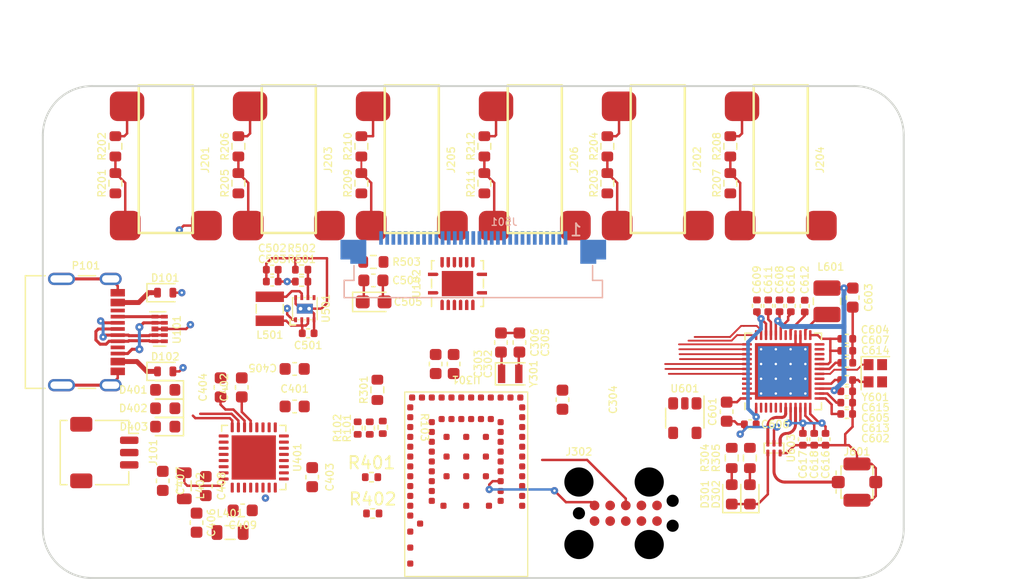
<source format=kicad_pcb>
(kicad_pcb (version 20240108) (generator "pcbnew") (generator_version "8.0")
  (title_block (comment 4 "AISLER Project ID: AHYFTQBI"))
  (layers (0 "F.Cu" signal) (1 "In1.Cu" power) (2 "In2.Cu" power) (31 "B.Cu" signal) (34 "B.Paste" user) (35 "F.Paste" user) (36 "B.SilkS" user "B.Silkscreen") (37 "F.SilkS" user "F.Silkscreen") (38 "B.Mask" user) (39 "F.Mask" user) (44 "Edge.Cuts" user))
  (net 0 "")
  (net 1 "GND")
  (net 2 "/D+")
  (net 3 "/D-")
  (net 4 "VBUS")
  (net 5 "/analog/probe0")
  (net 6 "/analog/probe1")
  (net 7 "/analog/probe2")
  (net 8 "/analog/probe3")
  (net 9 "/mcu/XL1")
  (net 10 "/mcu/XL2")
  (net 11 "/mcu/SWO")
  (net 12 "/mcu/SWCLK")
  (net 13 "+3V3")
  (net 14 "/mcu/~{MCU_RESET}")
  (net 15 "+12L")
  (net 16 "Net-(J501-VCOMH)")
  (net 17 "/mcu/SWDIO")
  (net 18 "VAA")
  (net 19 "+1V8")
  (net 20 "/pwr_supply/CC1")
  (net 21 "/pwr_supply/CC2")
  (net 22 "+5V")
  (net 23 "/mcu/SDA")
  (net 24 "/mcu/SCL")
  (net 27 "/pwr_supply/LED2")
  (net 28 "/pwr_supply/LED0")
  (net 29 "Net-(D301-A)")
  (net 30 "/pwr_supply/LED1")
  (net 31 "Net-(D302-A)")
  (net 32 "/tft/~{RESET}")
  (net 33 "/mcu/QSPI_CLK")
  (net 34 "/mcu/QSPI_IO0")
  (net 35 "/mcu/QSPI_~{CS}")
  (net 36 "/mcu/QSPI_IO1")
  (net 37 "/mcu/QSPI_IO2")
  (net 38 "/mcu/QSPI_IO3")
  (net 39 "/mcu/TFT_~{CS}")
  (net 40 "/tft/D{slash}C")
  (net 41 "/mcu/TFT_~{RESET}")
  (net 42 "/mcu/TFT_D{slash}C")
  (net 43 "/mcu/TFT_CLK")
  (net 44 "/mcu/TFT_MOSI")
  (net 45 "/mcu/I2C_INT")
  (net 46 "/mcu/LED1")
  (net 47 "/tft/CLK")
  (net 48 "/tft/~{CS}")
  (net 49 "/tft/MOSI")
  (net 50 "/analog/probe4")
  (net 51 "/analog/probe5")
  (net 52 "/pwr_supply/SHPHLD")
  (net 53 "/pwr_supply/RESET")
  (net 54 "/pwr_supply/INT")
  (net 55 "/mcu/LED2")
  (net 56 "/mcu/COEX_REQ")
  (net 57 "/mcu/COEX_STATUS")
  (net 58 "/mcu/BUCKEN")
  (net 59 "/mcu/COEX_GRANT")
  (net 60 "/mcu/SW_CTRL1")
  (net 61 "Net-(J601-In)")
  (net 62 "Net-(J501-IREF)")
  (net 72 "/mcu/IRQ")
  (net 74 "PWRIOVDD")
  (net 75 "VDD_BUCK")
  (net 76 "Net-(U501-SW)")
  (net 77 "Net-(U501-FB)")
  (net 79 "/pwr_supply/Battery")
  (net 80 "/mcu/WIFI_ENABLE")
  (net 81 "/pwr_supply/NTC")
  (net 82 "IOVDD")
  (net 83 "Net-(U602-DIGVDD)")
  (net 84 "Net-(U602-BUCKVMID)")
  (net 85 "Net-(U602-RFVDD)")
  (net 86 "Net-(U602-AFELDO)")
  (net 87 "Net-(U602-XOLDO)")
  (net 88 "Net-(U602-PALDO)")
  (net 89 "Net-(U602-SXLDO)")
  (net 90 "Net-(U401-SW1)")
  (net 91 "Net-(U401-SW2)")
  (net 92 "Net-(U602-BUCKOUT)")
  (net 93 "Net-(U401-VSET1)")
  (net 94 "Net-(U401-VSET2)")
  (net 141 "Net-(U602-XOP)")
  (net 142 "Net-(U602-TXRF1)")
  (net 147 "Net-(U602-XON)")
  (net 148 "Net-(U602-TXRF0)")
  (net 153 "/mcu/UART_RX")
  (net 155 "/mcu/UART_TX")
  (footprint "Capacitor_SMD:C_0603_1608Metric" (layer "F.Cu") (at 138.75 80.85 -90)
    (property "Reference" "C305")
    (property "Value" "9p")
  )
  (footprint "mylib_connector:MJ-2523" (layer "F.Cu") (at 160 59.9445)
    (property "Reference" "J204")
    (property "Value" "AudioJack2_SwitchT" (hide yes))
  )
  (footprint "mylib_connector:MJ-2523" (layer "F.Cu") (at 150 59.9445)
    (property "Reference" "J202")
    (property "Value" "AudioJack2_SwitchT" (hide yes))
  )
  (footprint "Resistor_SMD:R_0603_1608Metric" (layer "F.Cu") (at 125.9 67.9 90)
    (property "Reference" "R209")
    (property "Value" "4k42")
  )
  (footprint "Capacitor_SMD:C_0402_1005Metric" (layer "F.Cu") (at 165.37 80.55)
    (property "Reference" "C604")
    (property "Value" "4µ7")
  )
  (footprint "Capacitor_SMD:C_0402_1005Metric" (layer "F.Cu") (at 158.06 77.87 90)
    (property "Reference" "C609")
    (property "Value" "2µ2")
  )
  (footprint "Resistor_SMD:R_0603_1608Metric" (layer "F.Cu") (at 145.9 67.9 90)
    (property "Reference" "R203")
    (property "Value" "4k42")
  )
  (footprint "mylib_connector:USB_C_Receptacle_Molex_C_24P_SMD_RA" (layer "F.Cu") (at 106.09 80 -90)
    (property "Reference" "P101")
    (property "Value" "USB_C_Plug_USB2.0")
  )
  (footprint "Package_SON:USON-10_2.5x1.0mm_P0.5mm" (layer "F.Cu") (at 109.5 79.75)
    (property "Reference" "U101")
    (property "Value" "TPD4E02B04DQA" (hide yes))
  )
  (footprint "mylib_connector:Molex_Pico-Clasp_202396-0307_1x03-1MP_P1.00mm_Horizontal" (layer "F.Cu") (at 105 89.8 -90)
    (property "Reference" "J101")
    (property "Value" "Conn_01x03")
  )
  (footprint "mylib_connector:MJ-2523" (layer "F.Cu") (at 110 59.9445)
    (property "Reference" "J201")
    (property "Value" "AudioJack2_SwitchT" (hide yes))
  )
  (footprint "Capacitor_SMD:C_0603_1608Metric" (layer "F.Cu") (at 133.4 82.6 90)
    (property "Reference" "C302")
    (property "Value" "10µ")
  )
  (footprint "mylib_ic:Micrel_MLF-8-1EP_2x2mm_P0.5mm_EP0.8x1.3mm_ThermalVias" (layer "F.Cu") (at 121.303 78.1 90)
    (property "Reference" "U501")
    (property "Value" "MIC2290")
  )
  (footprint "LED_SMD:LED_0603_1608Metric" (layer "F.Cu") (at 109.95 86.2 180)
    (property "Reference" "D402")
    (property "Value" "LED")
  )
  (footprint "LED_SMD:LED_0603_1608Metric" (layer "F.Cu") (at 156.015 93.1975 90)
    (property "Reference" "D301")
    (property "Value" "LED")
  )
  (footprint "mylib_connector:MJ-2523" (layer "F.Cu") (at 130 59.9445)
    (property "Reference" "J205")
    (property "Value" "AudioJack2_SwitchT" (hide yes))
  )
  (footprint "Capacitor_SMD:C_0603_1608Metric" (layer "F.Cu") (at 114.45 84.5 90)
    (property "Reference" "C404")
    (property "Value" "1µ")
  )
  (footprint "Capacitor_Tantalum_SMD:CP_EIA-2012-15_AVX-P" (layer "F.Cu") (at 126.8975 77.55)
    (property "Reference" "C505")
    (property "Value" "4µ7")
  )
  (footprint "Capacitor_SMD:C_0402_1005Metric" (layer "F.Cu") (at 165.36 86.66)
    (property "Reference" "C602")
    (property "Value" "4µ7")
  )
  (footprint "Capacitor_SMD:C_0603_1608Metric" (layer "F.Cu") (at 116.175 84.5 90)
    (property "Reference" "C402")
    (property "Value" "1µ")
  )
  (footprint "Package_DFN_QFN:QFN-32-1EP_5x5mm_P0.5mm_EP3.6x3.6mm" (layer "F.Cu") (at 117.15 90.2 90)
    (property "Reference" "U401")
    (property "Value" "~")
  )
  (footprint "Capacitor_SMD:C_0402_1005Metric" (layer "F.Cu") (at 161.8 88.72 -90)
    (property "Reference" "C617")
    (property "Value" "100n")
  )
  (footprint "Capacitor_SMD:C_0603_1608Metric" (layer "F.Cu") (at 131.94 82.6 90)
    (property "Reference" "C303")
    (property "Value" "100nF")
  )
  (footprint "Capacitor_SMD:C_0603_1608Metric" (layer "F.Cu") (at 120.475 86.05)
    (property "Reference" "C401")
    (property "Value" "2µ2")
  )
  (footprint "mylib_connector:DPX1608LL80R2455A" (layer "F.Cu") (at 159.45 89.4375 180)
    (property "Reference" "U603")
    (property "Value" "~")
  )
  (footprint "Capacitor_SMD:C_0603_1608Metric" (layer "F.Cu") (at 116.25 94.5 180)
    (property "Reference" "C409")
    (property "Value" "10µ")
  )
  (footprint "mylib_connector:TC-2050" (layer "F.Cu") (at 143.59 94.735)
    (property "Reference" "J302")
    (property "Value" "TC-2050")
  )
  (footprint "Package_DFN_QFN:Texas_RGY_R-PVQFN-N16_EP2.05x2.55mm" (layer "F.Cu") (at 133.715 76.06 90)
    (property "Reference" "U102")
    (property "Value" "TXB0106RGY")
  )
  (footprint "Capacitor_SMD:C_0603_1608Metric" (layer "F.Cu") (at 113.25 92.525 90)
    (property "Reference" "C408")
    (property "Value" "10µ")
  )
  (footprint "Capacitor_SMD:C_0402_1005Metric" (layer "F.Cu") (at 121.573 80.1)
    (property "Reference" "C501")
    (property "Value" "1µ")
  )
  (footprint "Resistor_SMD:R_0603_1608Metric" (layer "F.Cu") (at 135.9 64.9 90)
    (property "Reference" "R212")
    (property "Value" "3k4")
  )
  (footprint "Resistor_SMD:R_0603_1608Metric" (layer "F.Cu") (at 145.9 64.9 90)
    (property "Reference" "R204")
    (property "Value" "3k4")
  )
  (footprint "LED_SMD:LED_0603_1608Metric" (layer "F.Cu") (at 157.49 93.2 90)
    (property "Reference" "D302")
    (property "Value" "LED")
  )
  (footprint "mylib_ic:D_0604_1610Metric" (layer "F.Cu") (at 109.95 76.8)
    (property "Reference" "D101")
    (property "Value" "ESDA25P35")
  )
  (footprint "mylib_connector:MJ-2523" (layer "F.Cu") (at 120 59.9445)
    (property "Reference" "J203")
    (property "Value" "AudioJack2_SwitchT" (hide yes))
  )
  (footprint "Resistor_SMD:R_0603_1608Metric" (layer "F.Cu") (at 156.015 90.2375 90)
    (property "Reference" "R304")
    (property "Value" "1k")
  )
  (footprint "Capacitor_SMD:C_0603_1608Metric" (layer "F.Cu") (at 112.5 95.5 90)
    (property "Reference" "C406")
    (property "Value" "10µ")
  )
  (footprint "Capacitor_SMD:C_0402_1005Metric" (layer "F.Cu") (at 165.37 81.525)
    (property "Reference" "C607")
    (property "Value" "1µ")
  )
  (footprint "mylib_ic:D_0604_1610Metric" (layer "F.Cu") (at 109.95 83.2)
    (property "Reference" "D102")
    (property "Value" "ESDA25P35")
  )
  (footprint "Resistor_SMD:R_0603_1608Metric" (layer "F.Cu") (at 155.9 64.9 90)
    (property "Reference" "R208")
    (property "Value" "3k4")
  )
  (footprint "Capacitor_SMD:C_0402_1005Metric" (layer "F.Cu") (at 160.82 77.87 90)
    (property "Reference" "C610")
    (property "Value" "2µ2")
  )
  (footprint "Capacitor_SMD:C_0603_1608Metric" (layer "F.Cu") (at 165.85 77.2 -90)
    (property "Reference" "C603")
    (property "Value" "4µ7")
  )
  (footprint "Inductor_SMD:L_0805_2012Metric" (layer "F.Cu") (at 111.5 92.5 -90)
    (property "Reference" "L402")
    (property "Value" "2u2")
  )
  (footprint "LED_SMD:LED_0603_1608Metric" (layer "F.Cu") (at 109.95 87.69 180)
    (property "Reference" "D403")
    (property "Value" "LED")
  )
  (footprint "Capacitor_SMD:C_0402_1005Metric" (layer "F.Cu") (at 165.36 84.82)
    (property "Reference" "C605")
    (property "Value" "0.22µ")
  )
  (footprint "Resistor_SMD:R_0603_1608Metric" (layer "F.Cu") (at 157.49 90.24 90)
    (property "Reference" "R305")
    (property "Value" "1k")
  )
  (footprint "Resistor_SMD:R_0402_1005Metric" (layer "F.Cu") (at 121.043 74.93 180)
    (property "Reference" "R502")
    (property "Value" "5k")
  )
  (footprint "Capacitor_SMD:C_0402_1005Metric" (layer "F.Cu") (at 118.653 75.895 180)
    (property "Reference" "C503")
    (property "Value" "100nF")
  )
  (footprint "Resistor_SMD:R_0603_1608Metric" (layer "F.Cu") (at 127.2 84.7 -90)
    (property "Reference" "R301")
    (property "Value" "4k7")
  )
  (footprint "Inductor_SMD:L_0805_2012Metric" (layer "F.Cu") (at 115.225 96.3)
    (property "Reference" "L401")
    (property "Value" "2u2")
  )
  (footprint "Capacitor_SMD:C_0603_1608Metric" (layer "F.Cu") (at 137.25 80.85 90)
    (property "Reference" "C306")
    (property "Value" "9p")
  )
  (footprint "Capacitor_SMD:C_0402_1005Metric" (layer "F.Cu") (at 161.95 77.89 90)
    (property "Reference" "C612")
    (property "Value" "10n")
  )
  (footprint "Capacitor_SMD:C_0603_1608Metric" (layer "F.Cu") (at 120.475 83)
    (property "Reference" "C405")
    (property "Value" "10µ")
  )
  (footprint "mylib_ic:BL5340" (layer "F.Cu") (at 134.425 92.375 180)
    (property "Reference" "U301")
    (property "Value" "~")
  )
  (footprint "Resistor_SMD:R_0603_1608Metric" (layer "F.Cu") (at 135.9 67.9 90)
    (property "Reference" "R211")
    (property "Value" "4k42")
  )
  (footprint "Capacitor_SMD:C_0402_1005Metric" (layer "F.Cu") (at 165.36 85.74)
    (property "Reference" "C613")
    (property "Value" "22n")
  )
  (footprint "Inductor_SMD:L_Wuerth_MAPI-2510" (layer "F.Cu") (at 118.453 78.1075 90)
    (property "Reference" "L501")
    (property "Value" "10µ")
  )
  (footprint "Resistor_SMD:R_0603_1608Metric" (layer "F.Cu") (at 105.9 64.9 90)
    (property "Reference" "R202")
    (property "Value" "3k4")
  )
  (footprint "Resistor_SMD:R_0603_1608Metric" (layer "F.Cu") (at 126.875 74.3 180)
    (property "Reference" "R503")
    (property "Value" "910k")
  )
  (footprint "Capacitor_SMD:C_0603_1608Metric" (layer "F.Cu") (at 155.6 86.475 -90)
    (property "Reference" "C601")
    (property "Value" "2µ2")
  )
  (footprint "Capacitor_SMD:C_0603_1608Metric" (layer "F.Cu") (at 109.75 92.1 -90)
    (property "Reference" "C407")
    (property "Value" "10µ")
  )
  (footprint "Resistor_SMD:R_0402_1005Metric" (layer "F.Cu") (at 125.6 87.81 90)
    (property "Reference" "R102")
    (property "Value" "4k7")
  )
  (footprint "Resistor_SMD:R_0402_1005Metric" (layer "F.Cu") (at 126.825 94.75)
    (property "Reference" "R402")
    (property "Value" "350k")
  )
  (footprint "Resistor_SMD:R_0603_1608Metric" (layer "F.Cu") (at 115.9 67.9 90)
    (property "Reference" "R205")
    (property "Value" "4k42")
  )
  (footprint "Capacitor_SMD:C_0603_1608Metric" (layer "F.Cu") (at 142.25 85.5 90)
    (property "Reference" "C304")
    (property "Value" "4µ7")
  )
  (footprint "mylib_connector:CONMHF1-SMD-G-T" (layer "F.Cu") (at 166.2 92.2 90)
    (property "Reference" "J601")
    (property "Value" "Conn_Coaxial")
  )
  (footprint "Capacitor_SMD:C_0402_1005Metric" (layer "F.Cu") (at 118.653 74.93 180)
    (property "Reference" "C502")
    (property "Value" "10µ")
  )
  (footprint "Resistor_SMD:R_0603_1608Metric" (layer "F.Cu") (at 125.9 64.9 90)
    (property "Reference" "R210")
    (property "Value" "3k4")
  )
  (footprint "Resistor_SMD:R_0603_1608Metric" (layer "F.Cu") (at 105.9 67.9 90)
    (property "Reference" "R201")
    (property "Value" "4k42")
  )
  (footprint "Resistor_SMD:R_0603_1608Metric" (layer "F.Cu") (at 115.9 64.9 90)
    (property "Reference" "R206")
    (property "Value" "3k4")
  )
  (footprint "Capacitor_SMD:C_0402_1005Metric" (layer "F.Cu") (at 158.98 77.87 90)
    (property "Reference" "C611")
    (property "Value" "1µ")
  )
  (footprint "Capacitor_SMD:C_0402_1005Metric" (layer "F.Cu") (at 163.64 88.72 -90)
    (property "Reference" "C616")
    (property "Value" "4µ7")
  )
  (footprint "Resistor_SMD:R_0402_1005Metric" (layer "F.Cu") (at 127.64 87.7475 90)
    (property "Reference" "R103")
    (property "Value" "4k7")
  )
  (footprint "Capacitor_SMD:C_0402_1005Metric" (layer "F.Cu") (at 165.37 82.5)
    (property "Reference" "C614")
    (property "Value" "1µ")
  )
  (footprint "Resistor_SMD:R_0402_1005Metric" (layer "F.Cu") (at 126.725 91.8)
    (property "Reference" "R401")
    (property "Value" "47k")
  )
  (footprint "Resistor_SMD:R_0603_1608Metric" (layer "F.Cu") (at 155.9 67.9 90)
    (property "Reference" "R207")
    (property "Value" "4k42")
  )
  (footprint "Resistor_SMD:R_0402_1005Metric" (layer "F.Cu") (at 126.58 87.81 90)
    (property "Reference" "R101")
    (property "Value" "4k7")
  )
  (footprint "Capacitor_SMD:C_0603_1608Metric" (layer "F.Cu") (at 126.875 75.8)
    (property "Reference" "C504")
    (property "Value" "100nF")
  )
  (footprint "mylib_ic:CM8V-T1A-2Pin_2.0x1.2mm" (layer "F.Cu") (at 138 83.4)
    (property "Reference" "Y301")
    (property "Value" "Crystal")
  )
  (footprint "Crystal:Crystal_SMD_2016-4Pin_2.0x1.6mm" (layer "F.Cu") (at 167.69 83.35 -90)
    (property "Reference" "Y601")
    (property "Value" "40MHz")
  )
  (footprint "LED_SMD:LED_0603_1608Metric" (layer "F.Cu") (at 109.95 84.7 180)
    (property "Reference" "D401")
    (property "Value" "LED")
  )
  (footprint "Capacitor_SMD:C_0402_1005Metric" (layer "F.Cu") (at 159.9 77.87 90)
    (property "Reference" "C608")
    (property "Value" "0.47µ")
  )
  (footprint "Capacitor_SMD:C_0402_1005Metric" (layer "F.Cu") (at 162.72 88.72 -90)
    (property "Reference" "C618")
    (property "Value" "0.47µ")
  )
  (footprint "Capacitor_SMD:C_0603_1608Metric" (layer "F.Cu") (at 121.9 91.8 -90)
    (property "Reference" "C403")
    (property "Value" "100nF")
  )
  (footprint "Capacitor_SMD:C_0402_1005Metric" (layer "F.Cu") (at 165.36 83.9)
    (property "Reference" "C615")
    (property "Value" "2µ2")
  )
  (footprint "mylib_ic:SOT-25" (layer "F.Cu") (at 152.2 87 -90)
    (property "Reference" "U601")
    (property "Value" "TCK106AF")
  )
  (footprint "Package_DFN_QFN:QFN-48-1EP_6x6mm_P0.4mm_EP4.6x4.6mm_ThermalVias" (layer "F.Cu") (at 160.2 83.2 90)
    (property "Reference" "U602" (hide yes))
    (property "Value" "NRF7002-QFAA-Rx")
  )
  (footprint "mylib_connector:MJ-2523" (layer "F.Cu") (at 140 59.9445)
    (property "Reference" "J206")
    (property "Value" "AudioJack2_SwitchT" (hide yes))
  )
  (footprint "Resistor_SMD:R_0402_1005Metric" (layer "F.Cu") (at 121.043 75.895)
    (property "Reference" "R501")
    (property "Value" "47k5")
  )
  (footprint "Inductor_SMD:L_1008_2520Metric" (layer "F.Cu") (at 163.76 77.5 -90)
    (property "Reference" "L601")
    (property "Value" "3µ3")
  )
  (footprint "Capacitor_SMD:C_0402_1005Metric" (layer "F.Cu") (at 157.52 87.5 180)
    (property "Reference" "C606")
    (property "Value" "100n")
  )
  (footprint "mylib_connector:F32R-1A7H1-11031" (layer "B.Cu") (at 135 73 180)
    (property "Reference" "J501")
    (property "Value" "EA W128064-XALG")
  )
  (gr_arc (start 166 60) (mid 168.828427 61.171573) (end 170 64) (stroke (width 0.16)) (layer "Edge.Cuts"))
  (gr_line (start 104 100) (end 166 100) (stroke (width 0.16)) (layer "Edge.Cuts"))
  (gr_arc (start 104 100) (mid 101.171573 98.828427) (end 100 96) (stroke (width 0.16)) (layer "Edge.Cuts"))
  (gr_arc (start 170 96) (mid 168.828427 98.828427) (end 166 100) (stroke (width 0.16)) (layer "Edge.Cuts"))
  (gr_line (start 170 96) (end 170 64) (stroke (width 0.16)) (layer "Edge.Cuts"))
  (gr_arc (start 100 64) (mid 101.171573 61.171573) (end 104 60) (stroke (width 0.16)) (layer "Edge.Cuts"))
  (gr_line (start 100 64) (end 100 96) (stroke (width 0.16)) (layer "Edge.Cuts"))
  (gr_line (start 166 60) (end 104 60) (stroke (width 0.16)) (layer "Edge.Cuts"))
  (segment (start 118.173 74.93) (end 118.173 75.895) (width 0.2) (layer "F.Cu") (net 1))
  (segment (start 111.4 82.9) (end 111.1 83.2) (width 0.2) (layer "F.Cu") (net 1))
  (segment (start 126.85 61.6445) (end 126.85 64.075) (width 0.2) (layer "F.Cu") (net 1))
  (segment (start 157.04 87.961116) (end 156.701116 88.3) (width 0.2) (layer "F.Cu") (net 1))
  (segment (start 123.103 77.65) (end 123.103 74) (width 0.2) (layer "F.Cu") (net 1))
  (segment (start 165.54 89.2) (end 165.24 89.2) (width 0.2) (layer "F.Cu") (net 1))
  (segment (start 156.625 64.075) (end 156.85 63.85) (width 0.2) (layer "F.Cu") (net 1))
  (segment (start 136.75 64.075) (end 135.9 64.075) (width 0.2) (layer "F.Cu") (net 1))
  (segment (start 159.45 87.968607) (end 159.45 89.0375) (width 0.2) (layer "F.Cu") (net 1))
  (segment (start 122.053 79) (end 122.053 80.1) (width 0.2) (layer "F.Cu") (net 1))
  (segment (start 110.575 76.8) (end 111.3 76.8) (width 0.2) (layer "F.Cu") (net 1))
  (segment (start 111.4555 71.3445) (end 113.3 71.3445) (width 0.2) (layer "F.Cu") (net 1))
  (segment (start 165.84 87.7) (end 165.24 88.3) (width 0.2) (layer "F.Cu") (net 1))
  (segment (start 158.95 93.19) (end 158.95 92.901116) (width 0.2) (layer "F.Cu") (net 1))
  (segment (start 167.725 91.073884) (end 167.376116 90.725) (width 0.2) (layer "F.Cu") (net 1))
  (segment (start 165.82 83.9) (end 166.29 83.9) (width 0.2) (layer "F.Cu") (net 1))
  (segment (start 165.24 88.3) (end 165.24 88.688884) (width 0.2) (layer "F.Cu") (net 1))
  (segment (start 138.75 80.075) (end 137.25 80.075) (width 0.2) (layer "F.Cu") (net 1))
  (segment (start 163.64 89.2) (end 162.72 89.2) (width 0.2) (layer "F.Cu") (net 1))
  (segment (start 158.951116 92.9) (end 158.95 92.898884) (width 0.2) (layer "F.Cu") (net 1))
  (segment (start 155.9 64.075) (end 156.625 64.075) (width 0.2) (layer "F.Cu") (net 1))
  (segment (start 106.09 83.745) (end 105.515 84.32) (width 0.2) (layer "F.Cu") (net 1))
  (segment (start 157.04 87.5) (end 157.04 87.961116) (width 0.2) (layer "F.Cu") (net 1))
  (segment (start 106.09 76.255) (end 105.515 75.68) (width 0.2) (layer "F.Cu") (net 1))
  (segment (start 157.24 93.9875) (end 158.1525 93.9875) (width 0.2) (layer "F.Cu") (net 1))
  (segment (start 121.653 78.1) (end 122.653 78.1) (width 0.2) (layer "F.Cu") (net 1))
  (segment (start 116.625 64.075) (end 116.85 63.85) (width 0.2) (layer "F.Cu") (net 1))
  (segment (start 165.24 89.2) (end 163.64 89.2) (width 0.2) (layer "F.Cu") (net 1))
  (segment (start 105.515 84.32) (end 101.515 84.32) (width 0.25) (layer "F.Cu") (net 1))
  (segment (start 156.24 87.25) (end 155.6 87.25) (width 0.2) (layer "F.Cu") (net 1))
  (segment (start 165.83 82.5) (end 165.83 81.525) (width 0.2) (layer "F.Cu") (net 1))
  (segment (start 127.65 77.415) (end 127.65 75.8) (width 0.2) (layer "F.Cu") (net 1))
  (segment (start 120.533 74.93) (end 120.533 74) (width 0.2) (layer "F.Cu") (net 1))
  (segment (start 165.84 86.66) (end 165.84 87.7) (width 0.2) (layer "F.Cu") (net 1))
  (segment (start 145.9 64.075) (end 146.625 64.075) (width 0.2) (layer "F.Cu") (net 1))
  (segment (start 106.09 83.2) (end 106.09 83.745) (width 0.2) (layer "F.Cu") (net 1))
  (segment (start 156.49 87.5) (end 156.24 87.25) (width 0.2) (layer "F.Cu") (net 1))
  (segment (start 157.25 85) (end 158.4 85) (width 0.2) (layer "F.Cu") (net 1))
  (segment (start 105.515 75.68) (end 101.515 75.68) (width 0.25) (layer "F.Cu") (net 1))
  (segment (start 136.75 64.075) (end 136.85 63.975) (width 0.2) (layer "F.Cu") (net 1))
  (segment (start 120.553 77.2) (end 120.553 77.7) (width 0.2) (layer "F.Cu") (net 1))
  (segment (start 118.173 74.43) (end 118.173 74.93) (width 0.2) (layer "F.Cu") (net 1))
  (segment (start 161.2 80.25) (end 161.2 81) (width 0.2) (layer "F.Cu") (net 1))
  (segment (start 118.603 74) (end 118.173 74.43) (width 0.2) (layer "F.Cu") (net 1))
  (segment (start 120.553 77.7) (end 120.953 78.1) (width 0.2) (layer "F.Cu") (net 1))
  (segment (start 161.6 80.25) (end 161.6 81) (width 0.2) (layer "F.Cu") (net 1))
  (segment (start 159.95 89.8375) (end 160.5025 89.8375) (width 0.2) (layer "F.Cu") (net 1))
  (segment (start 166.2 89.86) (end 165.54 89.2) (width 0.2) (layer "F.Cu") (net 1))
  (segment (start 122.653 78.1) (end 123.103 77.65) (width 0.2) (layer "F.Cu") (net 1))
  (segment (start 116.85 63.85) (end 116.85 61.6445) (width 0.2) (layer "F.Cu") (net 1))
  (segment (start 166.2 90.725) (end 166.2 89.86) (width 0.2) (layer "F.Cu") (net 1))
  (segment (start 165.251116 88.7) (end 165.24 88.711116) (width 0.2) (layer "F.Cu") (net 1))
  (segment (start 158.95 92.901116) (end 158.951116 92.9) (width 0.2) (layer "F.Cu") (net 1))
  (segment (start 167.725 92.2) (end 167.725 91.073884) (width 0.2) (layer "F.Cu") (net 1))
  (segment (start 165.83 81.525) (end 165.83 80.55) (width 0.2) (layer "F.Cu") (net 1))
  (segment (start 122.053 78.5) (end 121.653 78.1) (width 0.2) (layer "F.Cu") (net 1))
  (segment (start 161.14 89.2) (end 161.8 89.2) (width 0.2) (layer "F.Cu") (net 1))
  (segment (start 166.2 93.675) (end 167.376116 93.675) (width 0.2) (layer "F.Cu") (net 1))
  (segment (start 158.1525 93.9875) (end 158.95 93.19) (width 0.2) (layer "F.Cu") (net 1))
  (segment (start 106.625 64.075) (end 106.85 63.85) (width 0.2) (layer "F.Cu") (net 1))
  (segment (start 167.376116 90.725) (end 166.2 90.725) (width 0.2) (layer "F.Cu") (net 1))
  (segment (start 165.24 88.688884) (end 165.251116 88.7) (width 0.2) (layer "F.Cu") (net 1))
  (segment (start 165.82 86.66) (end 165.82 83.9) (width 0.2) (layer "F.Cu") (net 1))
  (segment (start 125.9 64.075) (end 126.85 64.075) (width 0.2) (layer "F.Cu") (net 1))
  (segment (start 112 79.4) (end 111.65 79.75) (width 0.2) (layer "F.Cu") (net 1))
  (segment (start 106.85 63.85) (end 106.85 61.6445) (width 0.2) (layer "F.Cu") (net 1))
  (segment (start 146.625 64.075) (end 146.85 63.85) (width 0.2) (layer "F.Cu") (net 1))
  (segment (start 119.403 74) (end 118.603 74) (width 0.2) (layer "F.Cu") (net 1))
  (segment (start 165.85 80.55) (end 165.85 77.975) (width 0.2) (layer "F.Cu") (net 1))
  (segment (start 166.44 84.05) (end 167.14 84.05) (width 0.2) (layer "F.Cu") (net 1))
  (segment (start 167.376116 93.675) (end 167.725 93.326116) (width 0.2) (layer "F.Cu") (net 1))
  (segment (start 158.95 92.898884) (end 158.95 89.8375) (width 0.2) (layer "F.Cu") (net 1))
  (segment (start 115.9 64.075) (end 116.625 64.075) (width 0.2) (layer "F.Cu") (net 1))
  (segment (start 165.24 88.711116) (end 165.24 89.2) (width 0.2) (layer "F.Cu") (net 1))
  (segment (start 123.103 74) (end 120.533 74) (width 0.2) (layer "F.Cu") (net 1))
  (segment (start 109.115 79.75) (end 109.885 79.75) (width 0.2) (layer "F.Cu") (net 1))
  (segment (start 157.49 93.9875) (end 156.0175 93.9875) (width 0.2) (layer "F.Cu") (net 1))
  (segment (start 111.1 83.2) (end 110.575 83.2) (width 0.2) (layer "F.Cu") (net 1))
  (segment (start 111.1 71.7) (end 111.4555 71.3445) (width 0.2) (layer "F.Cu") (net 1))
  (segment (start 167.725 93.326116) (end 167.725 92.2) (width 0.2) (layer "F.Cu") (net 1))
  (segment (start 105.9 64.075) (end 106.625 64.075) (width 0.2) (layer "F.Cu") (net 1))
  (segment (start 120.533 74) (end 119.403 74) (width 0.2) (layer "F.Cu") (net 1))
  (segment (start 106.09 76.8) (end 106.09 76.255) (width 0.2) (layer "F.Cu") (net 1))
  (segment (start 136.85 63.975) (end 136.85 61.6445) (width 0.2) (layer "F.Cu") (net 1))
  (segment (start 157.04 87.5) (end 156.49 87.5) (width 0.2) (layer "F.Cu") (net 1))
  (segment (start 166.29 83.9) (end 166.44 84.05) (width 0.2) (layer "F.Cu") (net 1))
  (segment (start 122.053 79) (end 122.053 78.5) (width 0.2) (layer "F.Cu") (net 1))
  (segment (start 146.85 63.85) (end 146.85 61.6445) (width 0.2) (layer "F.Cu") (net 1))
  (segment (start 162.72 89.2) (end 161.8 89.2) (width 0.2) (layer "F.Cu") (net 1))
  (segment (start 156.85 63.85) (end 156.85 61.6445) (width 0.2) (layer "F.Cu") (net 1))
  (segment (start 159.693607 87.725) (end 159.45 87.968607) (width 0.2) (layer "F.Cu") (net 1))
  (segment (start 160.5025 89.8375) (end 161.14 89.2) (width 0.2) (layer "F.Cu") (net 1))
  (segment (start 111.65 79.75) (end 109.885 79.75) (width 0.2) (layer "F.Cu") (net 1))
  (via (at 111.3 76.8) (size 0.6) (drill 0.2) (layers "F.Cu" "B.Cu") (net 1))
  (via (at 112 79.4) (size 0.6) (drill 0.2) (layers "F.Cu" "B.Cu") (net 1))
  (via (at 111.1 71.7) (size 0.6) (drill 0.2) (layers "F.Cu" "B.Cu") (net 1))
  (via (at 156.701116 88.3) (size 0.6) (drill 0.2) (layers "F.Cu" "B.Cu") (net 1))
  (via (at 159.693607 87.725) (size 0.6) (drill 0.2) (layers "F.Cu" "B.Cu") (net 1))
  (via (at 111.4 82.9) (size 0.6) (drill 0.2) (layers "F.Cu" "B.Cu") (net 1))
  (segment (start 159.693607 87.725) (end 157.276116 87.725) (width 0.2) (layer "B.Cu") (net 1))
  (segment (start 157.276116 87.725) (end 156.701116 88.3) (width 0.2) (layer "B.Cu") (net 1))
  (segment (start 108.657499 80.705) (end 106.997501 80.705) (width 0.245) (layer "F.Cu") (net 2))
  (segment (start 105.143144 80.987) (end 104.656856 80.987) (width 0.245) (layer "F.Cu") (net 2))
  (segment (start 106.09 80.75) (end 105.380144 80.75) (width 0.245) (layer "F.Cu") (net 2))
  (segment (start 104.519856 79.75) (end 106.09 79.75) (width 0.245) (layer "F.Cu") (net 2))
  (segment (start 109.115 80.75) (end 108.702499 80.75) (width 0.245) (layer "F.Cu") (net 2))
  (segment (start 104.313 79.956856) (end 104.519856 79.75) (width 0.245) (layer "F.Cu") (net 2))
  (segment (start 104.313 80.643144) (end 104.313 79.956856) (width 0.245) (layer "F.Cu") (net 2))
  (segment (start 108.702499 80.75) (end 108.657499 80.705) (width 0.245) (layer "F.Cu") (net 2))
  (segment (start 106.997501 80.705) (end 106.952501 80.75) (width 0.245) (layer "F.Cu") (net 2))
  (segment (start 109.885 80.75) (end 109.115 80.75) (width 0.23) (layer "F.Cu") (net 2))
  (segment (start 105.380144 80.75) (end 105.143144 80.987) (width 0.245) (layer "F.Cu") (net 2))
  (segment (start 106.952501 80.75) (end 106.09 80.75) (width 0.245) (layer "F.Cu") (net 2))
  (segment (start 104.656856 80.987) (end 104.313 80.643144) (width 0.245) (layer "F.Cu") (net 2))
  (segment (start 109.885 80.25) (end 109.115 80.25) (width 0.23) (layer "F.Cu") (net 3))
  (segment (start 106.09 80.25) (end 106.952501 80.25) (width 0.245) (layer "F.Cu") (net 3))
  (segment (start 106.952501 80.25) (end 106.997501 80.295) (width 0.245) (layer "F.Cu") (net 3))
  (segment (start 106.09 80.25) (end 105.05 80.25) (width 0.245) (layer "F.Cu") (net 3))
  (segment (start 106.997501 80.295) (end 108.657499 80.295) (width 0.245) (layer "F.Cu") (net 3))
  (segment (start 105.05 80.25) (end 104.9 80.4) (width 0.245) (layer "F.Cu") (net 3))
  (segment (start 108.702499 80.25) (end 109.115 80.25) (width 0.245) (layer "F.Cu") (net 3))
  (segment (start 104.85 79.25) (end 106.09 79.25) (width 0.245) (layer "F.Cu") (net 3))
  (segment (start 104.7 79.1) (end 104.85 79.25) (width 0.245) (layer "F.Cu") (net 3))
  (segment (start 108.657499 80.295) (end 108.702499 80.25) (width 0.245) (layer "F.Cu") (net 3))
  (via (at 104.7 79.1) (size 0.6) (drill 0.2) (layers "F.Cu" "B.Cu") (net 3))
  (via (at 104.9 80.4) (size 0.6) (drill 0.2) (layers "F.Cu" "B.Cu") (net 3))
  (segment (start 104.9 80.4) (end 104.9 79.3) (width 0.245) (layer "B.Cu") (net 3))
  (segment (start 104.9 79.3) (end 104.7 79.1) (width 0.245) (layer "B.Cu") (net 3))
  (segment (start 107.65 82.4) (end 106.69 82.4) (width 0.4) (layer "F.Cu") (net 4))
  (segment (start 116.175 86.490075) (end 116.175 85.275) (width 0.2) (layer "F.Cu") (net 4))
  (segment (start 107.65 82.4) (end 108.45 83.2) (width 0.4) (layer "F.Cu") (net 4))
  (segment (start 108.8 76.8) (end 109.325 76.8) (width 0.4) (layer "F.Cu") (net 4))
  (segment (start 116.9 87.75) (end 116.9 87.215075) (width 0.2) (layer "F.Cu") (net 4))
  (segment (start 108.6 76.8) (end 108.8 76.8) (width 0.4) (layer "F.Cu") (net 4))
  (segment (start 106.09 77.6) (end 107.8 77.6) (width 0.4) (layer "F.Cu") (net 4))
  (segment (start 108.45 83.2) (end 109.325 83.2) (width 0.4) (layer "F.Cu") (net 4))
  (segment (start 116.9 87.215075) (end 116.175 86.490075) (width 0.2) (layer "F.Cu") (net 4))
  (segment (start 107.8 77.6) (end 108.6 76.8) (width 0.4) (layer "F.Cu") (net 4))
  (segment (start 106.7 67.875) (end 105.9 67.075) (width 0.2) (layer "F.Cu") (net 5))
  (segment (start 105.9 65.725) (end 105.9 67.075) (width 0.2) (layer "F.Cu") (net 5))
  (segment (start 106.7 71.3445) (end 106.7 67.875) (width 0.2) (layer "F.Cu") (net 5))
  (segment (start 115.9 65.725) (end 115.9 67.075) (width 0.2) (layer "F.Cu") (net 6))
  (segment (start 116.7 67.875) (end 115.9 67.075) (width 0.2) (layer "F.Cu") (net 6))
  (segment (start 116.7 71.3445) (end 116.7 67.875) (width 0.2) (layer "F.Cu") (net 6))
  (segment (start 126.7 71.3445) (end 126.7 67.875) (width 0.2) (layer "F.Cu") (net 7))
  (segment (start 126.7 67.875) (end 125.9 67.075) (width 0.2) (layer "F.Cu") (net 7))
  (segment (start 125.9 67.075) (end 125.9 65.725) (width 0.15) (layer "F.Cu") (net 7))
  (segment (start 136.7 67.875) (end 135.9 67.075) (width 0.2) (layer "F.Cu") (net 8))
  (segment (start 136.7 71.3445) (end 136.7 67.875) (width 0.2) (layer "F.Cu") (net 8))
  (segment (start 135.9 67.075) (end 135.9 65.725) (width 0.2) (layer "F.Cu") (net 8))
  (segment (start 138.7 83.4) (end 138.7 81.675) (width 0.2) (layer "F.Cu") (net 9))
  (segment (start 137.3 83.4) (end 137.3 81.675) (width 0.2) (layer "F.Cu") (net 10))
  (segment (start 164.030761 81.525) (end 164.030761 80.55) (width 0.2) (layer "F.Cu") (net 13))
  (segment (start 162.4 80.25) (end 163.001116 80.25) (width 0.2) (layer "F.Cu") (net 13))
  (segment (start 121.093 79.47) (end 121.053 79.47) (width 0.2) (layer "F.Cu") (net 13))
  (segment (start 119.7905 79.0825) (end 120.178 79.47) (width 0.2) (layer "F.Cu") (net 13))
  (segment (start 164.14 85.9) (end 163.64 85.4) (width 0.2) (layer "F.Cu") (net 13))
  (segment (start 160.601825 78.751825) (end 160.82 78.53365) (width 0.2) (layer "F.Cu") (net 13))
  (segment (start 163.64 85.4) (end 163.15 85.4) (width 0.2) (layer "F.Cu") (net 13))
  (segment (start 164.030761 82.430761) (end 164.030761 81.525) (width 0.2) (layer "F.Cu") (net 13))
  (segment (start 164.14 86.66) (end 164.88 86.66) (width 0.2) (layer "F.Cu") (net 13))
  (segment (start 114.5 92.5) (end 111.75 92.5) (width 0.2) (layer "F.Cu") (net 13))
  (segment (start 111.5 92.25) (end 111.5 91.4375) (width 0.2) (layer "F.Cu") (net 13))
  (segment (start 121.553 79.31) (end 121.393 79.47) (width 0.2) (layer "F.Cu") (net 13))
  (segment (start 121.093 80.1) (end 121.093 79.47) (width 0.2) (layer "F.Cu") (net 13))
  (segment (start 163.001116 80.25) (end 163.301116 80.55) (width 0.2) (layer "F.Cu") (net 13))
  (segment (start 121.553 79) (end 121.553 79.31) (width 0.2) (layer "F.Cu") (net 13))
  (segment (start 164.89 81.525) (end 164.030761 81.525) (width 0.2) (layer "F.Cu") (net 13))
  (segment (start 163.861522 82.6) (end 164.030761 82.430761) (width 0.2) (layer "F.Cu") (net 13))
  (segment (start 114.7 92.3) (end 114.5 92.5) (width 0.2) (layer "F.Cu") (net 13))
  (segment (start 118.453 79.0825) (end 119.7905 79.0825) (width 0.2) (layer "F.Cu") (net 13))
  (segment (start 163.301116 80.55) (end 164.04 80.55) (width 0.2) (layer "F.Cu") (net 13))
  (segment (start 121.393 79.47) (end 121.053 79.47) (width 0.2) (layer "F.Cu") (net 13))
  (segment (start 160 79.635787) (end 160.601825 79.033962) (width 0.2) (layer "F.Cu") (net 13))
  (segment (start 164.14 86.66) (end 164.14 85.9) (width 0.2) (layer "F.Cu") (net 13))
  (segment (start 160.601825 79.033962) (end 160.601825 78.751825) (width 0.2) (layer "F.Cu") (net 13))
  (segment (start 114.7 91.95) (end 114.7 92.3) (width 0.2) (layer "F.Cu") (net 13))
  (segment (start 121.053 79) (end 121.053 79.47) (width 0.2) (layer "F.Cu") (net 13))
  (segment (start 164.04 80.55) (end 164.030761 80.55) (width 0.2) (layer "F.Cu") (net 13))
  (segment (start 164.89 80.55) (end 164.04 80.55) (width 0.2) (layer "F.Cu") (net 13))
  (segment (start 163.15 82.6) (end 163.861522 82.6) (width 0.2) (layer "F.Cu") (net 13))
  (segment (start 120.178 79.47) (end 121.053 79.47) (width 0.2) (layer "F.Cu") (net 13))
  (segment (start 111.75 92.5) (end 111.5 92.25) (width 0.2) (layer "F.Cu") (net 13))
  (segment (start 160 80.25) (end 160 79.635787) (width 0.2) (layer "F.Cu") (net 13))
  (segment (start 136.3 92.4) (end 136.575 92.125) (width 0.2) (layer "F.Cu") (net 14))
  (segment (start 144.86 94.1) (end 144.59337 93.83337) (width 0.2) (layer "F.Cu") (net 14))
  (segment (start 142.53337 93.83337) (end 141.6 92.9) (width 0.2) (layer "F.Cu") (net 14))
  (segment (start 144.59337 93.83337) (end 142.53337 93.83337) (width 0.2) (layer "F.Cu") (net 14))
  (segment (start 136.575 92.125) (end 137.225 92.125) (width 0.2) (layer "F.Cu") (net 14))
  (segment (start 136.3 92.8) (end 136.3 92.4) (width 0.2) (layer "F.Cu") (net 14))
  (via (at 141.6 92.9) (size 0.6) (drill 0.2) (layers "F.Cu" "B.Cu") (net 14))
  (via (at 136.3 92.8) (size 0.6) (drill 0.2) (layers "F.Cu" "B.Cu") (net 14))
  (segment (start 141.6 92.9) (end 141.5 92.8) (width 0.2) (layer "B.Cu") (net 14))
  (segment (start 141.5 92.8) (end 136.3 92.8) (width 0.2) (layer "B.Cu") (net 14))
  (segment (start 119.133 75.895) (end 119.133 74.93) (width 0.2) (layer "F.Cu") (net 15))
  (segment (start 119.867 78.0795) (end 119.867 78.564) (width 0.2) (layer "F.Cu") (net 15))
  (segment (start 119.867 75.895) (end 119.133 75.895) (width 0.2) (layer "F.Cu") (net 15))
  (segment (start 120.303 79) (end 120.553 79) (width 0.2) (layer "F.Cu") (net 15))
  (segment (start 120.533 75.895) (end 119.867 75.895) (width 0.2) (layer "F.Cu") (net 15))
  (segment (start 119.867 78.564) (end 120.303 79) (width 0.2) (layer "F.Cu") (net 15))
  (via (at 119.867 75.895) (size 0.6) (drill 0.2) (layers "F.Cu" "B.Cu") (net 15))
  (via (at 119.867 78.0795) (size 0.6) (drill 0.2) (layers "F.Cu" "B.Cu") (net 15))
  (segment (start 126.1 77.46) (end 126.1 75.8) (width 0.2) (layer "F.Cu") (net 16))
  (segment (start 115.547488 86.852512) (end 115.344976 86.65) (width 0.2) (layer "F.Cu") (net 20))
  (segment (start 115.344976 86.65) (end 114.6 86.65) (width 0.2) (layer "F.Cu") (net 20))
  (segment (start 109.885 78.75) (end 109.115 78.75) (width 0.245) (layer "F.Cu") (net 20))
  (segment (start 115.9 87.205025) (end 115.547488 86.852512) (width 0.2) (layer "F.Cu") (net 20))
  (segment (start 114.6 86.65) (end 112.8 86.65) (width 0.2) (layer "F.Cu") (net 20))
  (segment (start 115.9 87.75) (end 115.9 87.205025) (width 0.2) (layer "F.Cu") (net 20))
  (segment (start 106.09 78.75) (end 109.115 78.75) (width 0.245) (layer "F.Cu") (net 20))
  (segment (start 112.4 87) (end 112.2 86.8) (width 0.2) (layer "F.Cu") (net 21))
  (segment (start 115.2 87) (end 112.4 87) (width 0.2) (layer "F.Cu") (net 21))
  (segment (start 106.9 81.75) (end 106.09 81.75) (width 0.245) (layer "F.Cu") (net 21))
  (segment (start 115.4 87.75) (end 115.4 87.2) (width 0.2) (layer "F.Cu") (net 21))
  (segment (start 107.85 79.6) (end 108.2 79.25) (width 0.245) (layer "F.Cu") (net 21))
  (segment (start 107.25 81.4) (end 106.9 81.75) (width 0.245) (layer "F.Cu") (net 21))
  (segment (start 108.2 79.25) (end 109.115 79.25) (width 0.245) (layer "F.Cu") (net 21))
  (segment (start 107.25 81.4) (end 107.85 81.4) (width 0.245) (layer "F.Cu") (net 21))
  (segment (start 109.885 79.25) (end 109.115 79.25) (width 0.245) (layer "F.Cu") (net 21))
  (segment (start 115.4 87.2) (end 115.2 87) (width 0.2) (layer "F.Cu") (net 21))
  (via (at 107.85 79.6) (size 0.65) (drill 0.25) (layers "F.Cu" "B.Cu") (net 21))
  (via (at 107.85 81.4) (size 0.65) (drill 0.25) (layers "F.Cu" "B.Cu") (net 21))
  (segment (start 107.85 79.6) (end 107.85 81.4) (width 0.245) (layer "B.Cu") (net 21))
  (segment (start 116.4 87.210049) (end 115.489951 86.3) (width 0.2) (layer "F.Cu") (net 22))
  (segment (start 114.85 86.3) (end 114.45 85.9) (width 0.2) (layer "F.Cu") (net 22))
  (segment (start 116.4 87.75) (end 116.4 87.210049) (width 0.2) (layer "F.Cu") (net 22))
  (segment (start 115.489951 86.3) (end 114.85 86.3) (width 0.2) (layer "F.Cu") (net 22))
  (segment (start 114.45 85.9) (end 114.45 85.275) (width 0.2) (layer "F.Cu") (net 22))
  (segment (start 156.015 92.41) (end 156.015 91.0625) (width 0.2) (layer "F.Cu") (net 29))
  (segment (start 157.49 92.4125) (end 157.49 91.065) (width 0.2) (layer "F.Cu") (net 31))
  (segment (start 156.775736 79.5) (end 155.887868 80.387868) (width 0.15) (layer "F.Cu") (net 33))
  (segment (start 158.4 80.25) (end 158.4 79.85) (width 0.15) (layer "F.Cu") (net 33))
  (segment (start 155.875736 80.4) (end 153 80.4) (width 0.15) (layer "F.Cu") (net 33))
  (segment (start 157 79.5) (end 156.775736 79.5) (width 0.15) (layer "F.Cu") (net 33))
  (segment (start 155.887868 80.387868) (end 155.875736 80.4) (width 0.15) (layer "F.Cu") (net 33))
  (segment (start 158.4 79.85) (end 158.05 79.5) (width 0.15) (layer "F.Cu") (net 33))
  (segment (start 158.05 79.5) (end 157 79.5) (width 0.15) (layer "F.Cu") (net 33))
  (segment (start 157.25 81) (end 151.727208 81) (width 0.15) (layer "F.Cu") (net 34))
  (segment (start 156.45 80.25) (end 156 80.7) (width 0.15) (layer "F.Cu") (net 35))
  (segment (start 156 80.7) (end 152.5 80.7) (width 0.15) (layer "F.Cu") (net 35))
  (segment (start 158 80.25) (end 156.45 80.25) (width 0.15) (layer "F.Cu") (net 35))
  (segment (start 157.25 81.4) (end 151.751472 81.4) (width 0.15) (layer "F.Cu") (net 36))
  (segment (start 157.25 81.8) (end 151.775736 81.8) (width 0.15) (layer "F.Cu") (net 37))
  (segment (start 157.25 82.2) (end 151.8 82.2) (width 0.15) (layer "F.Cu") (net 38))
  (segment (start 146.7 67.875) (end 145.9 67.075) (width 0.2) (layer "F.Cu") (net 50))
  (segment (start 145.9 67.075) (end 145.9 65.725) (width 0.2) (layer "F.Cu") (net 50))
  (segment (start 146.7 71.3445) (end 146.7 67.875) (width 0.2) (layer "F.Cu") (net 50))
  (segment (start 156.7 71.3445) (end 156.7 67.875) (width 0.2) (layer "F.Cu") (net 51))
  (segment (start 156.7 67.875) (end 155.9 67.075) (width 0.2) (layer "F.Cu") (net 51))
  (segment (start 155.9 67.075) (end 155.9 65.725) (width 0.2) (layer "F.Cu") (net 51))
  (segment (start 157.25 83) (end 150.624264 83) (width 0.15) (layer "F.Cu") (net 56))
  (segment (start 157.25 82.6) (end 150.6 82.6) (width 0.15) (layer "F.Cu") (net 57))
  (segment (start 157.25 83.4) (end 150.9 83.4) (width 0.15) (layer "F.Cu") (net 59))
  (segment (start 164.675 92.2) (end 160.34 92.2) (width 0.245) (layer "F.Cu") (net 61))
  (segment (start 159.45 91.31) (end 159.45 89.8375) (width 0.245) (layer "F.Cu") (net 61))
  (arc (start 160.34 92.2) (mid 159.710675 91.939325) (end 159.45 91.31) (width 0.245) (layer "F.Cu") (net 61))
  (segment (start 158 86.9) (end 158 86.15) (width 0.2) (layer "F.Cu") (net 74))
  (segment (start 158.06 78.578263) (end 158.06 78.35) (width 0.2) (layer "F.Cu") (net 74))
  (segment (start 158.394972 78.913235) (end 158.8 79.318263) (width 0.2) (layer "F.Cu") (net 74))
  (segment (start 158.394972 78.913235) (end 158.06 78.578263) (width 0.2) (layer "F.Cu") (net 74))
  (segment (start 158.8 79.318263) (end 158.8 80.25) (width 0.2) (layer "F.Cu") (net 74))
  (segment (start 158 87.5) (end 158 86.9) (width 0.2) (layer "F.Cu") (net 74))
  (via (at 158.394972 78.913235) (size 0.6) (drill 0.2) (layers "F.Cu" "B.Cu") (net 74))
  (via (at 158 86.9) (size 0.6) (drill 0.2) (layers "F.Cu" "B.Cu") (net 74))
  (segment (start 157.34 80.811116) (end 157.34 86.24) (width 0.3) (layer "B.Cu") (net 74))
  (segment (start 158.394972 79.756144) (end 157.34 80.811116) (width 0.3) (layer "B.Cu") (net 74))
  (segment (start 157.34 86.24) (end 158 86.9) (width 0.3) (layer "B.Cu") (net 74))
  (segment (start 158.394972 78.913235) (end 158.394972 79.756144) (width 0.3) (layer "B.Cu") (net 74))
  (segment (start 163.76 76.425) (end 165.14 76.425) (width 0.2) (layer "F.Cu") (net 75))
  (segment (start 164.88 84.82) (end 164.42 84.82) (width 0.2) (layer "F.Cu") (net 75))
  (segment (start 159.9 78.958676) (end 159.9 78.35) (width 0.2) (layer "F.Cu") (net 75))
  (segment (start 159.760908 79.097768) (end 159.9 78.958676) (width 0.2) (layer "F.Cu") (net 75))
  (segment (start 164.42 84.82) (end 164.35 84.75) (width 0.2) (layer "F.Cu") (net 75))
  (segment (start 159.6 79.258676) (end 159.760908 79.097768) (width 0.2) (layer "F.Cu") (net 75))
  (segment (start 163.15 84.6) (end 164.2 84.6) (width 0.2) (layer "F.Cu") (net 75))
  (segment (start 159.6 80.25) (end 159.6 79.258676) (width 0.2) (layer "F.Cu") (net 75))
  (segment (start 164.2 84.6) (end 164.35 84.75) (width 0.2) (layer "F.Cu") (net 75))
  (segment (start 165.14 76.425) (end 165.85 76.425) (width 0.2) (layer "F.Cu") (net 75))
  (via (at 164.35 84.75) (size 0.6) (drill 0.2) (layers "F.Cu" "B.Cu") (net 75))
  (via (at 165.14 76.425) (size 0.6) (drill 0.2) (layers "F.Cu" "B.Cu") (net 75))
  (via (at 159.760908 79.097768) (size 0.6) (drill 0.2) (layers "F.Cu" "B.Cu") (net 75))
  (segment (start 159.760908 79.097768) (end 160.21314 79.55) (width 0.4) (layer "B.Cu") (net 75))
  (segment (start 165.14 76.425) (end 165.14 79.55) (width 0.4) (layer "B.Cu") (net 75))
  (segment (start 165.14 83.96) (end 164.35 84.75) (width 0.4) (layer "B.Cu") (net 75))
  (segment (start 165.14 79.55) (end 165.14 83.96) (width 0.4) (layer "B.Cu") (net 75))
  (segment (start 160.21314 79.55) (end 165.14 79.55) (width 0.4) (layer "B.Cu") (net 75))
  (segment (start 119.7905 77.1325) (end 118.453 77.1325) (width 0.2) (layer "F.Cu") (net 76))
  (segment (start 120.8625 76.6795) (end 120.2435 76.6795) (width 0.2) (layer "F.Cu") (net 76))
  (segment (start 121.053 77.2) (end 121.053 76.87) (width 0.2) (layer "F.Cu") (net 76))
  (segment (start 120.2435 76.6795) (end 119.7905 77.1325) (width 0.2) (layer "F.Cu") (net 76))
  (segment (start 121.053 76.87) (end 120.8625 76.6795) (width 0.2) (layer "F.Cu") (net 76))
  (segment (start 121.553 74.93) (end 121.553 75.895) (width 0.2) (layer "F.Cu") (net 77))
  (segment (start 121.553 76.1) (end 121.553 77.2) (width 0.2) (layer "F.Cu") (net 77))
  (segment (start 157.25 85.4) (end 156.74 85.4) (width 0.2) (layer "F.Cu") (net 82))
  (segment (start 156.44 85.7) (end 155.6 85.7) (width 0.2) (layer "F.Cu") (net 82))
  (segment (start 156.74 85.4) (end 156.44 85.7) (width 0.2) (layer "F.Cu") (net 82))
  (segment (start 159.2 79.19) (end 158.98 78.97) (width 0.2) (layer "F.Cu") (net 83))
  (segment (start 158.98 78.97) (end 158.98 78.35) (width 0.2) (layer "F.Cu") (net 83))
  (segment (start 159.2 80.25) (end 159.2 79.19) (width 0.2) (layer "F.Cu") (net 83))
  (segment (start 160.8 79.825736) (end 161.95 78.675736) (width 0.2) (layer "F.Cu") (net 84))
  (segment (start 161.95 78.675736) (end 161.95 78.37) (width 0.2) (layer "F.Cu") (net 84))
  (segment (start 160.8 80.25) (end 160.8 79.825736) (width 0.2) (layer "F.Cu") (net 84))
  (segment (start 164.88 85.74) (end 164.53 85.74) (width 0.2) (layer "F.Cu") (net 85))
  (segment (start 164.53 85.74) (end 163.79 85) (width 0.2) (layer "F.Cu") (net 85))
  (segment (start 163.79 85) (end 163.15 85) (width 0.2) (layer "F.Cu") (net 85))
  (segment (start 163.15 83) (end 163.956496 83) (width 0.2) (layer "F.Cu") (net 86))
  (segment (start 163.956496 83) (end 164.456496 82.5) (width 0.2) (layer "F.Cu") (net 86))
  (segment (start 164.89 82.5) (end 164.456496 82.5) (width 0.2) (layer "F.Cu") (net 86))
  (segment (start 164.1 84.2) (end 164.4 83.9) (width 0.2) (layer "F.Cu") (net 87))
  (segment (start 164.88 83.9) (end 164.4 83.9) (width 0.2) (layer "F.Cu") (net 87))
  (segment (start 163.15 84.2) (end 164.1 84.2) (width 0.2) (layer "F.Cu") (net 87))
  (segment (start 162.4 86.66) (end 163.15 87.41) (width 0.2) (layer "F.Cu") (net 88))
  (segment (start 162.4 86.657649) (end 162.4 86.66) (width 0.2) (layer "F.Cu") (net 88))
  (segment (start 161.8 87.41) (end 161.6 87.21) (width 0.2) (layer "F.Cu") (net 88))
  (segment (start 160.8 87.234286) (end 160.628 87.406286) (width 0.2) (layer "F.Cu") (net 88))
  (segment (start 162.4 86.15) (end 162.4 86.657649) (width 0.2) (layer "F.Cu") (net 88))
  (segment (start 163.64 87.69) (end 163.35 87.4) (width 0.2) (layer "F.Cu") (net 88))
  (segment (start 161.8 87.41) (end 161.8 88.24) (width 0.2) (layer "F.Cu") (net 88))
  (segment (start 161.6 87.21) (end 161.6 86.15) (width 0.2) (layer "F.Cu") (net 88))
  (segment (start 163.64 88.24) (end 163.64 87.69) (width 0.2) (layer "F.Cu") (net 88))
  (segment (start 160.8 86.15) (end 160.8 87.234286) (width 0.2) (layer "F.Cu") (net 88))
  (via (at 160.628 87.406286) (size 0.6) (drill 0.2) (layers "F.Cu" "B.Cu") (net 88))
  (via (at 161.8 87.41) (size 0.6) (drill 0.2) (layers "F.Cu" "B.Cu") (net 88))
  (via (at 163.35 87.4) (size 0.6) (drill 0.2) (layers "F.Cu" "B.Cu") (net 88))
  (segment (start 163.15 87.41) (end 161.8 87.41) (width 0.2) (layer "B.Cu") (net 88))
  (segment (start 160.628 87.406286) (end 161.796286 87.406286) (width 0.2) (layer "B.Cu") (net 88))
  (segment (start 161.796286 87.406286) (end 161.8 87.41) (width 0.2) (layer "B.Cu") (net 88))
  (segment (start 162.72 87.53) (end 162 86.81) (width 0.2) (layer "F.Cu") (net 89))
  (segment (start 162 86.81) (end 162 86.15) (width 0.2) (layer "F.Cu") (net 89))
  (segment (start 162.72 88.24) (end 162.72 87.53) (width 0.2) (layer "F.Cu") (net 89))
  (via (at 118.1 93.5) (size 0.6) (drill 0.2) (layers "F.Cu" "B.Cu") (net 91))
  (segment (start 162 80.25) (end 162 79.825736) (width 0.2) (layer "F.Cu") (net 92))
  (segment (start 162 79.825736) (end 163.100736 78.725) (width 0.2) (layer "F.Cu") (net 92))
  (segment (start 160.1 86.94) (end 159.678522 86.94) (width 0.245) (layer "F.Cu") (net 142))
  (segment (start 160.4 86.64) (end 160.4 86.15) (width 0.245) (layer "F.Cu") (net 142))
  (segment (start 158.95 89.0375) (end 158.95 87.668522) (width 0.245) (layer "F.Cu") (net 142))
  (arc (start 160.1 86.94) (mid 160.312132 86.852132) (end 160.4 86.64) (width 0.245) (layer "F.Cu") (net 142))
  (arc (start 158.95 87.668522) (mid 159.163379 87.153379) (end 159.678522 86.94) (width 0.245) (layer "F.Cu") (net 142))
  (segment (start 164.016116 83.4) (end 164.351116 83.065) (width 0.15) (layer "F.Cu") (net 147))
  (segment (start 164.351116 83.065) (end 166.215 83.065) (width 0.15) (layer "F.Cu") (net 147))
  (segment (start 166.215 83.065) (end 166.63 82.65) (width 0.15) (layer "F.Cu") (net 147))
  (segment (start 163.15 83.4) (end 164.016116 83.4) (width 0.15) (layer "F.Cu") (net 147))
  (segment (start 166.63 82.65) (end 167.14 82.65) (width 0.15) (layer "F.Cu") (net 147))
  (segment (start 159.95 89.0375) (end 159.95 88.75) (width 0.245) (layer "F.Cu") (net 148))
  (segment (start 159.95 89.0375) (end 159.95 88.717365) (width 0.245) (layer "F.Cu") (net 148))
  (segment (start 161.2 87.500004) (end 161.2 86.15) (width 0.245) (layer "F.Cu") (net 148))
  (arc (start 159.95 88.75) (mid 160.096447 88.396447) (end 160.45 88.25) (width 0.245) (layer "F.Cu") (net 148))
  (arc (start 160.45 88.25) (mid 160.980331 88.030331) (end 161.2 87.500004) (width 0.245) (layer "F.Cu") (net 148))
  (segment (start 147.4 93.543225) (end 144.256775 90.4) (width 0.2) (layer "F.Cu") (net 155))
  (segment (start 147.4 94.1) (end 147.4 93.543225) (width 0.2) (layer "F.Cu") (net 155))
  (segment (start 144.256775 90.4) (end 140.6 90.4) (width 0.2) (layer "F.Cu") (net 155))
)
</source>
